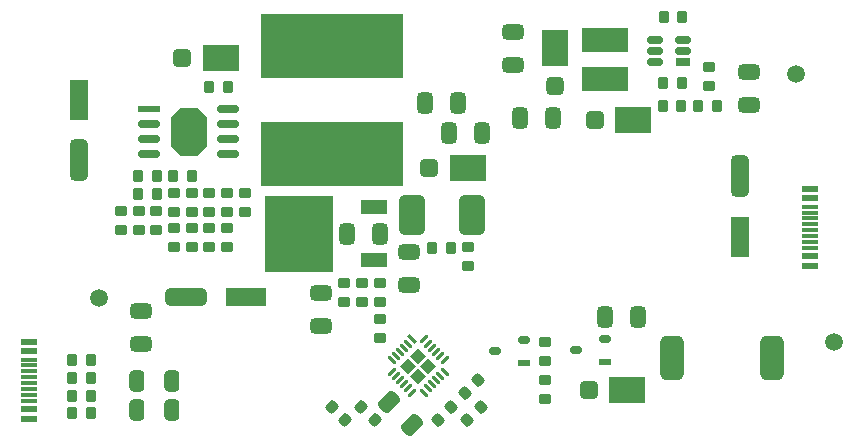
<source format=gbr>
%TF.GenerationSoftware,Altium Limited,Altium Designer,23.11.1 (41)*%
G04 Layer_Color=8421504*
%FSLAX26Y26*%
%MOIN*%
%TF.SameCoordinates,0B4E2714-AAF7-4A90-8E72-ED1F183F2DA5*%
%TF.FilePolarity,Positive*%
%TF.FileFunction,Paste,Top*%
%TF.Part,CustomerPanel*%
G01*
G75*
%TA.AperFunction,SMDPad,CuDef*%
G04:AMPARAMS|DCode=10|XSize=71.653mil|YSize=50mil|CornerRadius=12.5mil|HoleSize=0mil|Usage=FLASHONLY|Rotation=90.000|XOffset=0mil|YOffset=0mil|HoleType=Round|Shape=RoundedRectangle|*
%AMROUNDEDRECTD10*
21,1,0.071653,0.025000,0,0,90.0*
21,1,0.046654,0.050000,0,0,90.0*
1,1,0.025000,0.012500,0.023327*
1,1,0.025000,0.012500,-0.023327*
1,1,0.025000,-0.012500,-0.023327*
1,1,0.025000,-0.012500,0.023327*
%
%ADD10ROUNDEDRECTD10*%
G04:AMPARAMS|DCode=11|XSize=59.055mil|YSize=137.795mil|CornerRadius=14.764mil|HoleSize=0mil|Usage=FLASHONLY|Rotation=270.000|XOffset=0mil|YOffset=0mil|HoleType=Round|Shape=RoundedRectangle|*
%AMROUNDEDRECTD11*
21,1,0.059055,0.108268,0,0,270.0*
21,1,0.029527,0.137795,0,0,270.0*
1,1,0.029528,-0.054134,-0.014764*
1,1,0.029528,-0.054134,0.014764*
1,1,0.029528,0.054134,0.014764*
1,1,0.029528,0.054134,-0.014764*
%
%ADD11ROUNDEDRECTD11*%
%ADD12R,0.137795X0.059055*%
%ADD13R,0.122047X0.086614*%
G04:AMPARAMS|DCode=14|XSize=59.055mil|YSize=59.843mil|CornerRadius=14.764mil|HoleSize=0mil|Usage=FLASHONLY|Rotation=270.000|XOffset=0mil|YOffset=0mil|HoleType=Round|Shape=RoundedRectangle|*
%AMROUNDEDRECTD14*
21,1,0.059055,0.030315,0,0,270.0*
21,1,0.029527,0.059843,0,0,270.0*
1,1,0.029528,-0.015158,-0.014764*
1,1,0.029528,-0.015158,0.014764*
1,1,0.029528,0.015158,0.014764*
1,1,0.029528,0.015158,-0.014764*
%
%ADD14ROUNDEDRECTD14*%
G04:AMPARAMS|DCode=15|XSize=70.866mil|YSize=51.181mil|CornerRadius=12.795mil|HoleSize=0mil|Usage=FLASHONLY|Rotation=180.000|XOffset=0mil|YOffset=0mil|HoleType=Round|Shape=RoundedRectangle|*
%AMROUNDEDRECTD15*
21,1,0.070866,0.025591,0,0,180.0*
21,1,0.045276,0.051181,0,0,180.0*
1,1,0.025590,-0.022638,0.012795*
1,1,0.025590,0.022638,0.012795*
1,1,0.025590,0.022638,-0.012795*
1,1,0.025590,-0.022638,-0.012795*
%
%ADD15ROUNDEDRECTD15*%
G04:AMPARAMS|DCode=16|XSize=70.866mil|YSize=51.181mil|CornerRadius=12.795mil|HoleSize=0mil|Usage=FLASHONLY|Rotation=225.000|XOffset=0mil|YOffset=0mil|HoleType=Round|Shape=RoundedRectangle|*
%AMROUNDEDRECTD16*
21,1,0.070866,0.025591,0,0,225.0*
21,1,0.045276,0.051181,0,0,225.0*
1,1,0.025590,-0.025055,-0.006960*
1,1,0.025590,0.006960,0.025055*
1,1,0.025590,0.025055,0.006960*
1,1,0.025590,-0.006960,-0.025055*
%
%ADD16ROUNDEDRECTD16*%
G04:AMPARAMS|DCode=17|XSize=78.74mil|YSize=147.638mil|CornerRadius=19.685mil|HoleSize=0mil|Usage=FLASHONLY|Rotation=0.000|XOffset=0mil|YOffset=0mil|HoleType=Round|Shape=RoundedRectangle|*
%AMROUNDEDRECTD17*
21,1,0.078740,0.108268,0,0,0.0*
21,1,0.039370,0.147638,0,0,0.0*
1,1,0.039370,0.019685,-0.054134*
1,1,0.039370,-0.019685,-0.054134*
1,1,0.039370,-0.019685,0.054134*
1,1,0.039370,0.019685,0.054134*
%
%ADD17ROUNDEDRECTD17*%
G04:AMPARAMS|DCode=18|XSize=39.37mil|YSize=35.433mil|CornerRadius=8.858mil|HoleSize=0mil|Usage=FLASHONLY|Rotation=270.000|XOffset=0mil|YOffset=0mil|HoleType=Round|Shape=RoundedRectangle|*
%AMROUNDEDRECTD18*
21,1,0.039370,0.017717,0,0,270.0*
21,1,0.021654,0.035433,0,0,270.0*
1,1,0.017716,-0.008858,-0.010827*
1,1,0.017716,-0.008858,0.010827*
1,1,0.017716,0.008858,0.010827*
1,1,0.017716,0.008858,-0.010827*
%
%ADD18ROUNDEDRECTD18*%
%ADD19R,0.057087X0.011811*%
%ADD20R,0.057087X0.023622*%
%ADD21R,0.157480X0.078740*%
G04:AMPARAMS|DCode=22|XSize=59.055mil|YSize=59.843mil|CornerRadius=14.764mil|HoleSize=0mil|Usage=FLASHONLY|Rotation=0.000|XOffset=0mil|YOffset=0mil|HoleType=Round|Shape=RoundedRectangle|*
%AMROUNDEDRECTD22*
21,1,0.059055,0.030315,0,0,0.0*
21,1,0.029527,0.059843,0,0,0.0*
1,1,0.029528,0.014764,-0.015158*
1,1,0.029528,-0.014764,-0.015158*
1,1,0.029528,-0.014764,0.015158*
1,1,0.029528,0.014764,0.015158*
%
%ADD22ROUNDEDRECTD22*%
%ADD23R,0.086614X0.122047*%
G04:AMPARAMS|DCode=24|XSize=39.37mil|YSize=35.433mil|CornerRadius=8.858mil|HoleSize=0mil|Usage=FLASHONLY|Rotation=315.000|XOffset=0mil|YOffset=0mil|HoleType=Round|Shape=RoundedRectangle|*
%AMROUNDEDRECTD24*
21,1,0.039370,0.017717,0,0,315.0*
21,1,0.021654,0.035433,0,0,315.0*
1,1,0.017716,0.001392,-0.013920*
1,1,0.017716,-0.013920,0.001392*
1,1,0.017716,-0.001392,0.013920*
1,1,0.017716,0.013920,-0.001392*
%
%ADD24ROUNDEDRECTD24*%
%TA.AperFunction,ConnectorPad*%
%ADD25R,0.057087X0.011811*%
%ADD26R,0.057087X0.023622*%
%TA.AperFunction,SMDPad,CuDef*%
G04:AMPARAMS|DCode=27|XSize=39.37mil|YSize=35.433mil|CornerRadius=8.858mil|HoleSize=0mil|Usage=FLASHONLY|Rotation=0.000|XOffset=0mil|YOffset=0mil|HoleType=Round|Shape=RoundedRectangle|*
%AMROUNDEDRECTD27*
21,1,0.039370,0.017717,0,0,0.0*
21,1,0.021654,0.035433,0,0,0.0*
1,1,0.017716,0.010827,-0.008858*
1,1,0.017716,-0.010827,-0.008858*
1,1,0.017716,-0.010827,0.008858*
1,1,0.017716,0.010827,0.008858*
%
%ADD27ROUNDEDRECTD27*%
G04:AMPARAMS|DCode=28|XSize=70.866mil|YSize=51.181mil|CornerRadius=12.795mil|HoleSize=0mil|Usage=FLASHONLY|Rotation=90.000|XOffset=0mil|YOffset=0mil|HoleType=Round|Shape=RoundedRectangle|*
%AMROUNDEDRECTD28*
21,1,0.070866,0.025591,0,0,90.0*
21,1,0.045276,0.051181,0,0,90.0*
1,1,0.025590,0.012795,0.022638*
1,1,0.025590,0.012795,-0.022638*
1,1,0.025590,-0.012795,-0.022638*
1,1,0.025590,-0.012795,0.022638*
%
%ADD28ROUNDEDRECTD28*%
G04:AMPARAMS|DCode=29|XSize=59.055mil|YSize=137.795mil|CornerRadius=14.764mil|HoleSize=0mil|Usage=FLASHONLY|Rotation=0.000|XOffset=0mil|YOffset=0mil|HoleType=Round|Shape=RoundedRectangle|*
%AMROUNDEDRECTD29*
21,1,0.059055,0.108268,0,0,0.0*
21,1,0.029527,0.137795,0,0,0.0*
1,1,0.029528,0.014764,-0.054134*
1,1,0.029528,-0.014764,-0.054134*
1,1,0.029528,-0.014764,0.054134*
1,1,0.029528,0.014764,0.054134*
%
%ADD29ROUNDEDRECTD29*%
%ADD30R,0.059055X0.137795*%
%ADD31R,0.086614X0.047244*%
%ADD32R,0.228346X0.251969*%
%ADD33R,0.472441X0.216535*%
G04:AMPARAMS|DCode=34|XSize=118.11mil|YSize=157.48mil|CornerRadius=0mil|HoleSize=0mil|Usage=FLASHONLY|Rotation=0.000|XOffset=0mil|YOffset=0mil|HoleType=Round|Shape=Octagon|*
%AMOCTAGOND34*
4,1,8,-0.029527,0.078740,0.029527,0.078740,0.059055,0.049213,0.059055,-0.049213,0.029527,-0.078740,-0.029527,-0.078740,-0.059055,-0.049213,-0.059055,0.049213,-0.029527,0.078740,0.0*
%
%ADD34OCTAGOND34*%

%ADD35R,0.074803X0.023622*%
G04:AMPARAMS|DCode=36|XSize=23.622mil|YSize=74.803mil|CornerRadius=5.906mil|HoleSize=0mil|Usage=FLASHONLY|Rotation=90.000|XOffset=0mil|YOffset=0mil|HoleType=Round|Shape=RoundedRectangle|*
%AMROUNDEDRECTD36*
21,1,0.023622,0.062992,0,0,90.0*
21,1,0.011811,0.074803,0,0,90.0*
1,1,0.011811,0.031496,0.005906*
1,1,0.011811,0.031496,-0.005906*
1,1,0.011811,-0.031496,-0.005906*
1,1,0.011811,-0.031496,0.005906*
%
%ADD36ROUNDEDRECTD36*%
G04:AMPARAMS|DCode=37|XSize=135.827mil|YSize=88.583mil|CornerRadius=22.146mil|HoleSize=0mil|Usage=FLASHONLY|Rotation=90.000|XOffset=0mil|YOffset=0mil|HoleType=Round|Shape=RoundedRectangle|*
%AMROUNDEDRECTD37*
21,1,0.135827,0.044291,0,0,90.0*
21,1,0.091536,0.088583,0,0,90.0*
1,1,0.044291,0.022146,0.045768*
1,1,0.044291,0.022146,-0.045768*
1,1,0.044291,-0.022146,-0.045768*
1,1,0.044291,-0.022146,0.045768*
%
%ADD37ROUNDEDRECTD37*%
G04:AMPARAMS|DCode=38|XSize=33.071mil|YSize=10.236mil|CornerRadius=2.559mil|HoleSize=0mil|Usage=FLASHONLY|Rotation=45.000|XOffset=0mil|YOffset=0mil|HoleType=Round|Shape=RoundedRectangle|*
%AMROUNDEDRECTD38*
21,1,0.033071,0.005118,0,0,45.0*
21,1,0.027953,0.010236,0,0,45.0*
1,1,0.005118,0.011692,0.008073*
1,1,0.005118,-0.008073,-0.011692*
1,1,0.005118,-0.011692,-0.008073*
1,1,0.005118,0.008073,0.011692*
%
%ADD38ROUNDEDRECTD38*%
G04:AMPARAMS|DCode=39|XSize=33.071mil|YSize=10.236mil|CornerRadius=0mil|HoleSize=0mil|Usage=FLASHONLY|Rotation=315.000|XOffset=0mil|YOffset=0mil|HoleType=Round|Shape=Rectangle|*
%AMROTATEDRECTD39*
4,1,4,-0.015311,0.008073,-0.008073,0.015311,0.015311,-0.008073,0.008073,-0.015311,-0.015311,0.008073,0.0*
%
%ADD39ROTATEDRECTD39*%

G04:AMPARAMS|DCode=40|XSize=33.071mil|YSize=10.236mil|CornerRadius=2.559mil|HoleSize=0mil|Usage=FLASHONLY|Rotation=315.000|XOffset=0mil|YOffset=0mil|HoleType=Round|Shape=RoundedRectangle|*
%AMROUNDEDRECTD40*
21,1,0.033071,0.005118,0,0,315.0*
21,1,0.027953,0.010236,0,0,315.0*
1,1,0.005118,0.008073,-0.011692*
1,1,0.005118,-0.011692,0.008073*
1,1,0.005118,-0.008073,0.011692*
1,1,0.005118,0.011692,-0.008073*
%
%ADD40ROUNDEDRECTD40*%
G04:AMPARAMS|DCode=42|XSize=39.37mil|YSize=35.433mil|CornerRadius=8.858mil|HoleSize=0mil|Usage=FLASHONLY|Rotation=225.000|XOffset=0mil|YOffset=0mil|HoleType=Round|Shape=RoundedRectangle|*
%AMROUNDEDRECTD42*
21,1,0.039370,0.017717,0,0,225.0*
21,1,0.021654,0.035433,0,0,225.0*
1,1,0.017716,-0.013920,-0.001392*
1,1,0.017716,0.001392,0.013920*
1,1,0.017716,0.013920,0.001392*
1,1,0.017716,-0.001392,-0.013920*
%
%ADD42ROUNDEDRECTD42*%
%ADD43R,0.039370X0.023622*%
G04:AMPARAMS|DCode=44|XSize=23.622mil|YSize=39.37mil|CornerRadius=5.906mil|HoleSize=0mil|Usage=FLASHONLY|Rotation=270.000|XOffset=0mil|YOffset=0mil|HoleType=Round|Shape=RoundedRectangle|*
%AMROUNDEDRECTD44*
21,1,0.023622,0.027559,0,0,270.0*
21,1,0.011811,0.039370,0,0,270.0*
1,1,0.011811,-0.013780,-0.005906*
1,1,0.011811,-0.013780,0.005906*
1,1,0.011811,0.013780,0.005906*
1,1,0.011811,0.013780,-0.005906*
%
%ADD44ROUNDEDRECTD44*%
%TA.AperFunction,FiducialPad,Global*%
%ADD45C,0.059055*%
%TA.AperFunction,SMDPad,CuDef*%
%ADD46R,0.051181X0.027559*%
G04:AMPARAMS|DCode=47|XSize=27.559mil|YSize=51.181mil|CornerRadius=6.89mil|HoleSize=0mil|Usage=FLASHONLY|Rotation=270.000|XOffset=0mil|YOffset=0mil|HoleType=Round|Shape=RoundedRectangle|*
%AMROUNDEDRECTD47*
21,1,0.027559,0.037401,0,0,270.0*
21,1,0.013780,0.051181,0,0,270.0*
1,1,0.013780,-0.018701,-0.006890*
1,1,0.013780,-0.018701,0.006890*
1,1,0.013780,0.018701,0.006890*
1,1,0.013780,0.018701,-0.006890*
%
%ADD47ROUNDEDRECTD47*%
G36*
X1633024Y715066D02*
X1606299Y688341D01*
X1579574Y715066D01*
X1606299Y741791D01*
X1633024Y715066D01*
D02*
G37*
G36*
X1599061Y681102D02*
X1572336Y654377D01*
X1545610Y681102D01*
X1572336Y707828D01*
X1599061Y681102D01*
D02*
G37*
G36*
X1666988Y681102D02*
X1640263Y654377D01*
X1613537Y681102D01*
X1640263Y707828D01*
X1666988Y681102D01*
D02*
G37*
G36*
X1633024Y647139D02*
X1606299Y620414D01*
X1579574Y647139D01*
X1606299Y673864D01*
X1633024Y647139D01*
D02*
G37*
D10*
X669685Y631890D02*
D03*
X785433D02*
D03*
X669685Y533465D02*
D03*
X785433D02*
D03*
D11*
X831575Y911669D02*
D03*
D12*
X1032362D02*
D03*
D13*
X2302905Y602362D02*
D03*
X947740Y1708543D02*
D03*
X2322590Y1501559D02*
D03*
X1771409Y1340551D02*
D03*
D14*
X2175819Y601654D02*
D03*
X820654Y1707835D02*
D03*
X2195504Y1500851D02*
D03*
X1644323Y1339842D02*
D03*
D15*
X1281496Y923228D02*
D03*
Y812992D02*
D03*
X681102Y864173D02*
D03*
Y753937D02*
D03*
X1576772Y1061024D02*
D03*
Y950787D02*
D03*
X2708661Y1551181D02*
D03*
X2708662Y1661418D02*
D03*
X1923968Y1794669D02*
D03*
Y1684433D02*
D03*
D16*
X1508270Y562597D02*
D03*
X1586218Y484648D02*
D03*
D17*
X2452968Y707929D02*
D03*
X2786968D02*
D03*
D18*
X2539370Y1547244D02*
D03*
X2602362D02*
D03*
X971606Y1610118D02*
D03*
X908614D02*
D03*
X735386Y1255787D02*
D03*
X672394D02*
D03*
X790504Y1314842D02*
D03*
X853496D02*
D03*
X672394D02*
D03*
X735386D02*
D03*
X1653543Y1074803D02*
D03*
X1716535D02*
D03*
X515748Y582677D02*
D03*
X452756Y582677D02*
D03*
X515748Y523622D02*
D03*
X452756Y523622D02*
D03*
X515748Y641732D02*
D03*
X452756Y641732D02*
D03*
X515748Y700787D02*
D03*
X452756D02*
D03*
X2484252Y1547244D02*
D03*
X2421260D02*
D03*
X2487465Y1844669D02*
D03*
X2424472D02*
D03*
X2422472Y1625669D02*
D03*
X2485465D02*
D03*
D19*
X2913582Y1173232D02*
D03*
Y1114176D02*
D03*
Y1153546D02*
D03*
Y1133861D02*
D03*
Y1094491D02*
D03*
Y1074806D02*
D03*
Y1192917D02*
D03*
Y1212602D02*
D03*
D20*
Y1047247D02*
D03*
Y1240161D02*
D03*
Y1271657D02*
D03*
Y1015751D02*
D03*
D21*
X2229969Y1636669D02*
D03*
X2229968Y1766669D02*
D03*
D22*
X2063677Y1614583D02*
D03*
D23*
X2062968Y1741670D02*
D03*
D24*
X1771036Y501351D02*
D03*
X1815578Y545893D02*
D03*
X1672611Y501351D02*
D03*
X1717153Y545893D02*
D03*
X1761194Y589934D02*
D03*
X1805736Y634476D02*
D03*
D25*
X309835Y604296D02*
D03*
Y663351D02*
D03*
Y623981D02*
D03*
Y643666D02*
D03*
Y683036D02*
D03*
Y702721D02*
D03*
Y584611D02*
D03*
Y564926D02*
D03*
D26*
X309835Y730280D02*
D03*
X309835Y537367D02*
D03*
Y505871D02*
D03*
X309835Y761776D02*
D03*
D27*
X2029528Y570866D02*
D03*
Y633858D02*
D03*
X733811Y1198488D02*
D03*
Y1135496D02*
D03*
X674756Y1135496D02*
D03*
Y1198488D02*
D03*
X615701Y1198488D02*
D03*
X615701Y1135496D02*
D03*
X969638Y1139646D02*
D03*
Y1076654D02*
D03*
X792472Y1139646D02*
D03*
Y1076654D02*
D03*
X910583Y1076653D02*
D03*
Y1139646D02*
D03*
X851528Y1076653D02*
D03*
Y1139646D02*
D03*
X792472Y1194764D02*
D03*
Y1257756D02*
D03*
X1028693D02*
D03*
Y1194764D02*
D03*
X969638Y1194764D02*
D03*
Y1257756D02*
D03*
X910583Y1194764D02*
D03*
X910583Y1257756D02*
D03*
X851528Y1194764D02*
D03*
X851528Y1257756D02*
D03*
X1478347Y958661D02*
D03*
Y895669D02*
D03*
X1773622Y1076772D02*
D03*
Y1013779D02*
D03*
X1419291Y895669D02*
D03*
Y958661D02*
D03*
X1360236Y958661D02*
D03*
Y895669D02*
D03*
X1478968Y838094D02*
D03*
Y775102D02*
D03*
X2029528Y761811D02*
D03*
X2029527Y698819D02*
D03*
X2574468Y1677916D02*
D03*
Y1614924D02*
D03*
D28*
X2340087Y846228D02*
D03*
X2229850D02*
D03*
X1478087Y1122598D02*
D03*
X1367850D02*
D03*
X2055118Y1507874D02*
D03*
X1944882D02*
D03*
X1740158Y1557087D02*
D03*
X1629921D02*
D03*
X1818898Y1458661D02*
D03*
X1708661D02*
D03*
D29*
X474409Y1368110D02*
D03*
X2679134Y1312992D02*
D03*
D30*
X474409Y1568898D02*
D03*
X2679134Y1112205D02*
D03*
D31*
X1458661Y1033071D02*
D03*
Y1212598D02*
D03*
D32*
X1210630Y1122835D02*
D03*
D33*
X1320323Y1387276D02*
D03*
Y1747276D02*
D03*
D34*
X841685Y1462480D02*
D03*
D35*
X709795Y1537480D02*
D03*
D36*
Y1487480D02*
D03*
Y1437480D02*
D03*
Y1387480D02*
D03*
X973575Y1537480D02*
D03*
Y1487480D02*
D03*
Y1437480D02*
D03*
Y1387480D02*
D03*
D37*
X1784449Y1183071D02*
D03*
X1585630D02*
D03*
D38*
X1517772Y662172D02*
D03*
X1531691Y648253D02*
D03*
X1545610Y634333D02*
D03*
X1559530Y620414D02*
D03*
X1573449Y606494D02*
D03*
X1587369Y592575D02*
D03*
X1694827Y700033D02*
D03*
X1680907Y713952D02*
D03*
X1666988Y727872D02*
D03*
X1653068Y741791D02*
D03*
X1639149Y755711D02*
D03*
X1625230Y769630D02*
D03*
D39*
X1587369D02*
D03*
D40*
X1573449Y755711D02*
D03*
X1559530Y741791D02*
D03*
X1545610Y727872D02*
D03*
X1531691Y713952D02*
D03*
X1517772Y700033D02*
D03*
X1625230Y592575D02*
D03*
X1639149Y606494D02*
D03*
X1653068Y620414D02*
D03*
X1666988Y634333D02*
D03*
X1680907Y648253D02*
D03*
X1694827Y662172D02*
D03*
D42*
X1362822Y501351D02*
D03*
X1318280Y545893D02*
D03*
X1461248Y501351D02*
D03*
X1416705Y545893D02*
D03*
D43*
X1958661Y692913D02*
D03*
X2228213Y696197D02*
D03*
D44*
X1958661Y767716D02*
D03*
X1864173Y730315D02*
D03*
X2228213Y771000D02*
D03*
X2133724Y733598D02*
D03*
D45*
X543307Y907480D02*
D03*
X2866142Y1655512D02*
D03*
X2994095Y759843D02*
D03*
D46*
X2488996Y1694326D02*
D03*
D47*
Y1731727D02*
D03*
Y1769129D02*
D03*
X2394508D02*
D03*
Y1731727D02*
D03*
Y1694326D02*
D03*
%TF.MD5,ebb8e605de7c49e709440fc28c8295b5*%
M02*

</source>
